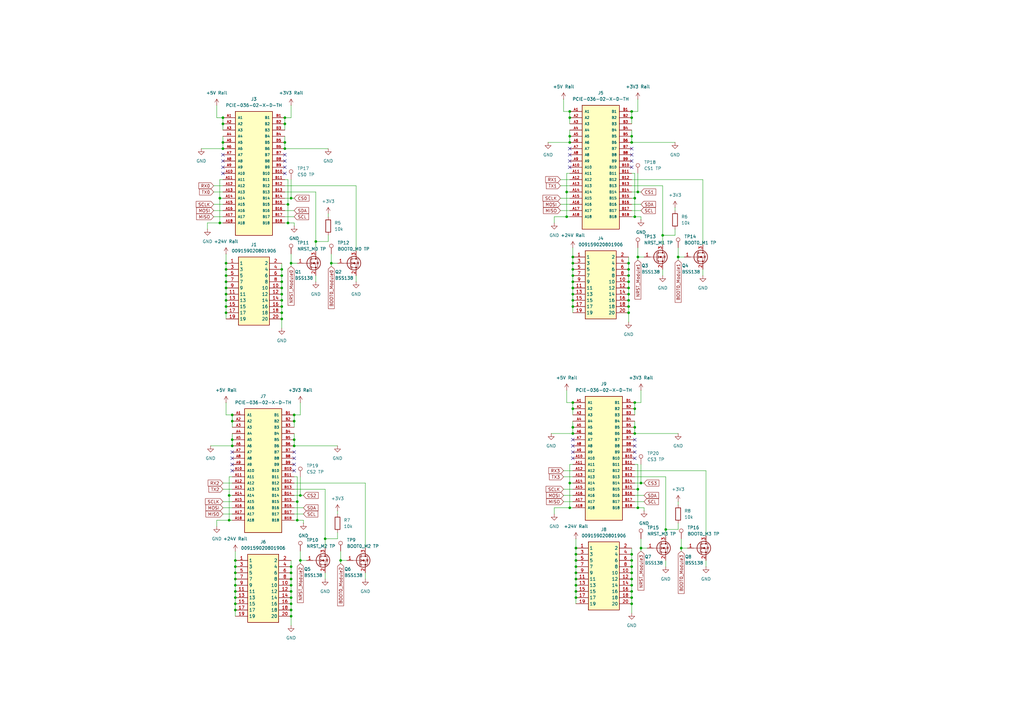
<source format=kicad_sch>
(kicad_sch (version 20231120) (generator "eeschema") (generator_version "8.0")
  (paper "A3")
  (title_block (title "Module Bus connection") (comment 1 "Note that here the PCIE connector ist just for physical connection.") (comment 2 " This has _NOTHING_ to do with real PCIE"))
  (junction (at 91.44 58.42))
  (junction (at 95.25 170.18))
  (junction (at 119.38 81.28))
  (junction (at 115.57 123.19))
  (junction (at 233.68 48.26))
  (junction (at 259.08 240.03))
  (junction (at 119.38 250.19))
  (junction (at 119.38 240.03))
  (junction (at 234.95 167.64))
  (junction (at 96.52 247.65))
  (junction (at 95.25 172.72))
  (junction (at 259.08 58.42))
  (junction (at 92.71 123.19))
  (junction (at 259.08 45.72))
  (junction (at 120.65 170.18))
  (junction (at 119.38 242.57))
  (junction (at 273.05 217.17))
  (junction (at 257.81 125.73))
  (junction (at 234.95 105.41))
  (junction (at 234.95 120.65))
  (junction (at 119.38 107.95))
  (junction (at 259.08 242.57))
  (junction (at 271.78 96.52))
  (junction (at 259.08 48.26))
  (junction (at 262.89 224.79))
  (junction (at 236.22 227.33))
  (junction (at 92.71 125.73))
  (junction (at 234.95 123.19))
  (junction (at 261.62 78.74))
  (junction (at 119.38 245.11))
  (junction (at 260.35 177.8))
  (junction (at 234.95 115.57))
  (junction (at 92.71 118.11))
  (junction (at 95.25 180.34))
  (junction (at 96.52 234.95))
  (junction (at 91.44 50.8))
  (junction (at 261.62 200.66))
  (junction (at 116.84 50.8))
  (junction (at 233.68 55.88))
  (junction (at 234.95 175.26))
  (junction (at 234.95 118.11))
  (junction (at 93.98 203.2))
  (junction (at 236.22 242.57))
  (junction (at 260.35 165.1))
  (junction (at 91.44 60.96))
  (junction (at 260.35 167.64))
  (junction (at 121.92 213.36))
  (junction (at 92.71 113.03))
  (junction (at 261.62 208.28))
  (junction (at 259.08 227.33))
  (junction (at 236.22 229.87))
  (junction (at 259.08 247.65))
  (junction (at 119.38 247.65))
  (junction (at 116.84 48.26))
  (junction (at 236.22 237.49))
  (junction (at 262.89 198.12))
  (junction (at 260.35 175.26))
  (junction (at 234.95 165.1))
  (junction (at 119.38 232.41))
  (junction (at 257.81 120.65))
  (junction (at 92.71 120.65))
  (junction (at 90.17 81.28))
  (junction (at 259.08 232.41))
  (junction (at 257.81 123.19))
  (junction (at 236.22 224.79))
  (junction (at 139.7 229.87))
  (junction (at 96.52 242.57))
  (junction (at 129.54 99.06))
  (junction (at 96.52 229.87))
  (junction (at 234.95 113.03))
  (junction (at 92.71 110.49))
  (junction (at 234.95 107.95))
  (junction (at 93.98 213.36))
  (junction (at 233.68 58.42))
  (junction (at 119.38 237.49))
  (junction (at 233.68 45.72))
  (junction (at 115.57 120.65))
  (junction (at 234.95 125.73))
  (junction (at 234.95 110.49))
  (junction (at 115.57 110.49))
  (junction (at 133.35 220.98))
  (junction (at 92.71 107.95))
  (junction (at 259.08 55.88))
  (junction (at 95.25 182.88))
  (junction (at 261.62 105.41))
  (junction (at 115.57 125.73))
  (junction (at 257.81 113.03))
  (junction (at 123.19 229.87))
  (junction (at 123.19 203.2))
  (junction (at 91.44 48.26))
  (junction (at 236.22 245.11))
  (junction (at 259.08 237.49))
  (junction (at 257.81 110.49))
  (junction (at 118.11 91.44))
  (junction (at 259.08 245.11))
  (junction (at 236.22 232.41))
  (junction (at 259.08 229.87))
  (junction (at 118.11 83.82))
  (junction (at 257.81 115.57))
  (junction (at 135.89 107.95))
  (junction (at 259.08 234.95))
  (junction (at 279.4 224.79))
  (junction (at 115.57 128.27))
  (junction (at 233.68 198.12))
  (junction (at 278.13 105.41))
  (junction (at 115.57 113.03))
  (junction (at 234.95 177.8))
  (junction (at 116.84 60.96))
  (junction (at 233.68 208.28))
  (junction (at 96.52 237.49))
  (junction (at 260.35 81.28))
  (junction (at 236.22 240.03))
  (junction (at 119.38 234.95))
  (junction (at 260.35 88.9))
  (junction (at 257.81 128.27))
  (junction (at 119.38 252.73))
  (junction (at 116.84 58.42))
  (junction (at 257.81 118.11))
  (junction (at 96.52 245.11))
  (junction (at 232.41 78.74))
  (junction (at 96.52 232.41))
  (junction (at 115.57 118.11))
  (junction (at 90.17 91.44))
  (junction (at 115.57 115.57))
  (junction (at 92.71 115.57))
  (junction (at 257.81 107.95))
  (junction (at 96.52 240.03))
  (junction (at 115.57 130.81))
  (junction (at 96.52 250.19))
  (junction (at 120.65 182.88))
  (junction (at 120.65 172.72))
  (junction (at 92.71 128.27))
  (junction (at 232.41 88.9))
  (junction (at 121.92 205.74))
  (junction (at 236.22 234.95))
  (junction (at 120.65 180.34))
  (no_connect (at 259.08 60.96))
  (no_connect (at 234.95 185.42))
  (no_connect (at 116.84 63.5))
  (no_connect (at 259.08 63.5))
  (no_connect (at 234.95 187.96))
  (no_connect (at 233.68 60.96))
  (no_connect (at 91.44 71.12))
  (no_connect (at 233.68 68.58))
  (no_connect (at 116.84 66.04))
  (no_connect (at 234.95 180.34))
  (no_connect (at 260.35 187.96))
  (no_connect (at 91.44 66.04))
  (no_connect (at 95.25 190.5))
  (no_connect (at 260.35 182.88))
  (no_connect (at 120.65 187.96))
  (no_connect (at 233.68 63.5))
  (no_connect (at 91.44 68.58))
  (no_connect (at 95.25 193.04))
  (no_connect (at 91.44 63.5))
  (no_connect (at 120.65 190.5))
  (no_connect (at 260.35 180.34))
  (no_connect (at 260.35 185.42))
  (no_connect (at 259.08 66.04))
  (no_connect (at 233.68 66.04))
  (no_connect (at 116.84 68.58))
  (no_connect (at 120.65 193.04))
  (no_connect (at 95.25 185.42))
  (no_connect (at 95.25 187.96))
  (no_connect (at 259.08 68.58))
  (no_connect (at 234.95 182.88))
  (no_connect (at 116.84 71.12))
  (no_connect (at 120.65 185.42))
  (wire (pts (xy 233.68 55.88) (xy 233.68 58.42)))
  (wire (pts (xy 115.57 115.57) (xy 115.57 118.11)))
  (wire (pts (xy 91.44 60.96) (xy 82.55 60.96)))
  (wire (pts (xy 260.35 165.1) (xy 262.89 165.1)))
  (wire (pts (xy 278.13 105.41) (xy 278.13 106.68)))
  (wire (pts (xy 92.71 120.65) (xy 92.71 123.19)))
  (wire (pts (xy 289.56 232.41) (xy 289.56 229.87)))
  (wire (pts (xy 281.94 224.79) (xy 279.4 224.79)))
  (wire (pts (xy 276.86 96.52) (xy 271.78 96.52)))
  (wire (pts (xy 91.44 210.82) (xy 95.25 210.82)))
  (wire (pts (xy 95.25 213.36) (xy 93.98 213.36)))
  (wire (pts (xy 93.98 213.36) (xy 88.9 213.36)))
  (wire (pts (xy 96.52 232.41) (xy 96.52 234.95)))
  (wire (pts (xy 259.08 53.34) (xy 259.08 55.88)))
  (wire (pts (xy 262.89 224.79) (xy 262.89 226.06)))
  (wire (pts (xy 259.08 55.88) (xy 259.08 58.42)))
  (wire (pts (xy 129.54 115.57) (xy 129.54 113.03)))
  (wire (pts (xy 116.84 48.26) (xy 119.38 48.26)))
  (wire (pts (xy 279.4 224.79) (xy 279.4 226.06)))
  (wire (pts (xy 115.57 130.81) (xy 115.57 134.62)))
  (wire (pts (xy 88.9 213.36) (xy 88.9 215.9)))
  (wire (pts (xy 92.71 118.11) (xy 92.71 120.65)))
  (wire (pts (xy 264.16 208.28) (xy 264.16 209.55)))
  (wire (pts (xy 236.22 227.33) (xy 236.22 229.87)))
  (wire (pts (xy 261.62 101.6) (xy 261.62 105.41)))
  (wire (pts (xy 261.62 190.5) (xy 261.62 200.66)))
  (wire (pts (xy 118.11 73.66) (xy 118.11 83.82)))
  (wire (pts (xy 229.87 73.66) (xy 233.68 73.66)))
  (wire (pts (xy 119.38 240.03) (xy 119.38 242.57)))
  (wire (pts (xy 135.89 104.14) (xy 135.89 107.95)))
  (wire (pts (xy 95.25 180.34) (xy 95.25 182.88)))
  (wire (pts (xy 119.38 73.66) (xy 119.38 81.28)))
  (wire (pts (xy 129.54 102.87) (xy 129.54 99.06)))
  (wire (pts (xy 234.95 123.19) (xy 234.95 125.73)))
  (wire (pts (xy 260.35 71.12) (xy 260.35 81.28)))
  (wire (pts (xy 116.84 88.9) (xy 120.65 88.9)))
  (wire (pts (xy 120.65 203.2) (xy 123.19 203.2)))
  (wire (pts (xy 120.65 182.88) (xy 138.43 182.88)))
  (wire (pts (xy 93.98 203.2) (xy 93.98 213.36)))
  (wire (pts (xy 227.33 208.28) (xy 227.33 210.82)))
  (wire (pts (xy 96.52 245.11) (xy 96.52 247.65)))
  (wire (pts (xy 116.84 86.36) (xy 120.65 86.36)))
  (wire (pts (xy 257.81 118.11) (xy 257.81 120.65)))
  (wire (pts (xy 92.71 128.27) (xy 92.71 130.81)))
  (wire (pts (xy 115.57 125.73) (xy 115.57 128.27)))
  (wire (pts (xy 259.08 50.8) (xy 259.08 48.26)))
  (wire (pts (xy 276.86 93.98) (xy 276.86 96.52)))
  (wire (pts (xy 116.84 53.34) (xy 116.84 50.8)))
  (wire (pts (xy 116.84 81.28) (xy 119.38 81.28)))
  (wire (pts (xy 236.22 234.95) (xy 236.22 237.49)))
  (wire (pts (xy 232.41 165.1) (xy 234.95 165.1)))
  (wire (pts (xy 227.33 88.9) (xy 227.33 91.44)))
  (wire (pts (xy 149.86 237.49) (xy 149.86 234.95)))
  (wire (pts (xy 123.19 229.87) (xy 123.19 231.14)))
  (wire (pts (xy 231.14 193.04) (xy 234.95 193.04)))
  (wire (pts (xy 92.71 123.19) (xy 92.71 125.73)))
  (wire (pts (xy 261.62 78.74) (xy 262.89 78.74)))
  (wire (pts (xy 115.57 123.19) (xy 115.57 125.73)))
  (wire (pts (xy 119.38 43.18) (xy 119.38 48.26)))
  (wire (pts (xy 232.41 160.02) (xy 232.41 165.1)))
  (wire (pts (xy 91.44 55.88) (xy 91.44 58.42)))
  (wire (pts (xy 95.25 177.8) (xy 95.25 180.34)))
  (wire (pts (xy 123.19 170.18) (xy 123.19 165.1)))
  (wire (pts (xy 91.44 91.44) (xy 90.17 91.44)))
  (wire (pts (xy 146.05 102.87) (xy 146.05 76.2)))
  (wire (pts (xy 257.81 125.73) (xy 257.81 128.27)))
  (wire (pts (xy 260.35 195.58) (xy 273.05 195.58)))
  (wire (pts (xy 259.08 76.2) (xy 271.78 76.2)))
  (wire (pts (xy 85.09 91.44) (xy 85.09 93.98)))
  (wire (pts (xy 91.44 73.66) (xy 90.17 73.66)))
  (wire (pts (xy 262.89 88.9) (xy 262.89 90.17)))
  (wire (pts (xy 87.63 78.74) (xy 91.44 78.74)))
  (wire (pts (xy 142.24 229.87) (xy 139.7 229.87)))
  (wire (pts (xy 264.16 105.41) (xy 261.62 105.41)))
  (wire (pts (xy 265.43 224.79) (xy 262.89 224.79)))
  (wire (pts (xy 138.43 209.55) (xy 138.43 210.82)))
  (wire (pts (xy 120.65 195.58) (xy 121.92 195.58)))
  (wire (pts (xy 133.35 224.79) (xy 133.35 220.98)))
  (wire (pts (xy 259.08 229.87) (xy 259.08 232.41)))
  (wire (pts (xy 119.38 250.19) (xy 119.38 252.73)))
  (wire (pts (xy 139.7 226.06) (xy 139.7 229.87)))
  (wire (pts (xy 96.52 226.06) (xy 96.52 229.87)))
  (wire (pts (xy 121.92 107.95) (xy 119.38 107.95)))
  (wire (pts (xy 95.25 208.28) (xy 91.44 208.28)))
  (wire (pts (xy 87.63 88.9) (xy 91.44 88.9)))
  (wire (pts (xy 260.35 172.72) (xy 260.35 175.26)))
  (wire (pts (xy 116.84 83.82) (xy 118.11 83.82)))
  (wire (pts (xy 260.35 190.5) (xy 261.62 190.5)))
  (wire (pts (xy 259.08 83.82) (xy 262.89 83.82)))
  (wire (pts (xy 260.35 170.18) (xy 260.35 167.64)))
  (wire (pts (xy 116.84 76.2) (xy 146.05 76.2)))
  (wire (pts (xy 259.08 81.28) (xy 260.35 81.28)))
  (wire (pts (xy 260.35 88.9) (xy 262.89 88.9)))
  (wire (pts (xy 278.13 214.63) (xy 278.13 217.17)))
  (wire (pts (xy 116.84 55.88) (xy 116.84 58.42)))
  (wire (pts (xy 260.35 193.04) (xy 289.56 193.04)))
  (wire (pts (xy 234.95 165.1) (xy 234.95 167.64)))
  (wire (pts (xy 138.43 218.44) (xy 138.43 220.98)))
  (wire (pts (xy 231.14 40.64) (xy 231.14 45.72)))
  (wire (pts (xy 233.68 190.5) (xy 233.68 198.12)))
  (wire (pts (xy 139.7 229.87) (xy 139.7 231.14)))
  (wire (pts (xy 116.84 50.8) (xy 116.84 48.26)))
  (wire (pts (xy 273.05 217.17) (xy 273.05 195.58)))
  (wire (pts (xy 96.52 247.65) (xy 96.52 250.19)))
  (wire (pts (xy 88.9 43.18) (xy 88.9 48.26)))
  (wire (pts (xy 120.65 180.34) (xy 120.65 182.88)))
  (wire (pts (xy 120.65 91.44) (xy 120.65 92.71)))
  (wire (pts (xy 134.62 99.06) (xy 129.54 99.06)))
  (wire (pts (xy 257.81 107.95) (xy 257.81 110.49)))
  (wire (pts (xy 260.35 200.66) (xy 261.62 200.66)))
  (wire (pts (xy 288.29 113.03) (xy 288.29 110.49)))
  (wire (pts (xy 134.62 87.63) (xy 134.62 88.9)))
  (wire (pts (xy 234.95 208.28) (xy 233.68 208.28)))
  (wire (pts (xy 234.95 107.95) (xy 234.95 110.49)))
  (wire (pts (xy 234.95 177.8) (xy 226.06 177.8)))
  (wire (pts (xy 262.89 220.98) (xy 262.89 224.79)))
  (wire (pts (xy 134.62 96.52) (xy 134.62 99.06)))
  (wire (pts (xy 273.05 232.41) (xy 273.05 229.87)))
  (wire (pts (xy 92.71 165.1) (xy 92.71 170.18)))
  (wire (pts (xy 259.08 71.12) (xy 260.35 71.12)))
  (wire (pts (xy 234.95 101.6) (xy 234.95 105.41)))
  (wire (pts (xy 259.08 240.03) (xy 259.08 242.57)))
  (wire (pts (xy 118.11 91.44) (xy 120.65 91.44)))
  (wire (pts (xy 115.57 128.27) (xy 115.57 130.81)))
  (wire (pts (xy 119.38 104.14) (xy 119.38 107.95)))
  (wire (pts (xy 259.08 73.66) (xy 288.29 73.66)))
  (wire (pts (xy 233.68 88.9) (xy 232.41 88.9)))
  (wire (pts (xy 92.71 110.49) (xy 92.71 113.03)))
  (wire (pts (xy 260.35 177.8) (xy 278.13 177.8)))
  (wire (pts (xy 96.52 250.19) (xy 96.52 252.73)))
  (wire (pts (xy 259.08 232.41) (xy 259.08 234.95)))
  (wire (pts (xy 91.44 81.28) (xy 90.17 81.28)))
  (wire (pts (xy 96.52 237.49) (xy 96.52 240.03)))
  (wire (pts (xy 257.81 105.41) (xy 257.81 107.95)))
  (wire (pts (xy 88.9 48.26) (xy 91.44 48.26)))
  (wire (pts (xy 90.17 73.66) (xy 90.17 81.28)))
  (wire (pts (xy 259.08 227.33) (xy 259.08 229.87)))
  (wire (pts (xy 95.25 182.88) (xy 86.36 182.88)))
  (wire (pts (xy 234.95 167.64) (xy 234.95 170.18)))
  (wire (pts (xy 135.89 107.95) (xy 135.89 109.22)))
  (wire (pts (xy 257.81 115.57) (xy 257.81 118.11)))
  (wire (pts (xy 278.13 205.74) (xy 278.13 207.01)))
  (wire (pts (xy 234.95 190.5) (xy 233.68 190.5)))
  (wire (pts (xy 259.08 48.26) (xy 259.08 45.72)))
  (wire (pts (xy 91.44 198.12) (xy 95.25 198.12)))
  (wire (pts (xy 133.35 220.98) (xy 133.35 200.66)))
  (wire (pts (xy 91.44 200.66) (xy 95.25 200.66)))
  (wire (pts (xy 262.89 190.5) (xy 262.89 198.12)))
  (wire (pts (xy 257.81 113.03) (xy 257.81 115.57)))
  (wire (pts (xy 276.86 85.09) (xy 276.86 86.36)))
  (wire (pts (xy 146.05 115.57) (xy 146.05 113.03)))
  (wire (pts (xy 257.81 120.65) (xy 257.81 123.19)))
  (wire (pts (xy 123.19 226.06) (xy 123.19 229.87)))
  (wire (pts (xy 234.95 105.41) (xy 234.95 107.95)))
  (wire (pts (xy 234.95 115.57) (xy 234.95 118.11)))
  (wire (pts (xy 261.62 71.12) (xy 261.62 78.74)))
  (wire (pts (xy 257.81 123.19) (xy 257.81 125.73)))
  (wire (pts (xy 116.84 78.74) (xy 129.54 78.74)))
  (wire (pts (xy 119.38 229.87) (xy 119.38 232.41)))
  (wire (pts (xy 234.95 200.66) (xy 231.14 200.66)))
  (wire (pts (xy 234.95 118.11) (xy 234.95 120.65)))
  (wire (pts (xy 233.68 78.74) (xy 232.41 78.74)))
  (wire (pts (xy 138.43 220.98) (xy 133.35 220.98)))
  (wire (pts (xy 120.65 172.72) (xy 120.65 170.18)))
  (wire (pts (xy 92.71 170.18) (xy 95.25 170.18)))
  (wire (pts (xy 115.57 110.49) (xy 115.57 113.03)))
  (wire (pts (xy 236.22 232.41) (xy 236.22 234.95)))
  (wire (pts (xy 119.38 242.57) (xy 119.38 245.11)))
  (wire (pts (xy 115.57 113.03) (xy 115.57 115.57)))
  (wire (pts (xy 273.05 219.71) (xy 273.05 217.17)))
  (wire (pts (xy 92.71 107.95) (xy 92.71 110.49)))
  (wire (pts (xy 120.65 200.66) (xy 133.35 200.66)))
  (wire (pts (xy 149.86 224.79) (xy 149.86 198.12)))
  (wire (pts (xy 271.78 113.03) (xy 271.78 110.49)))
  (wire (pts (xy 261.62 208.28) (xy 264.16 208.28)))
  (wire (pts (xy 90.17 91.44) (xy 85.09 91.44)))
  (wire (pts (xy 95.25 205.74) (xy 91.44 205.74)))
  (wire (pts (xy 233.68 83.82) (xy 229.87 83.82)))
  (wire (pts (xy 259.08 237.49) (xy 259.08 240.03)))
  (wire (pts (xy 120.65 208.28) (xy 124.46 208.28)))
  (wire (pts (xy 119.38 247.65) (xy 119.38 250.19)))
  (wire (pts (xy 119.38 245.11) (xy 119.38 247.65)))
  (wire (pts (xy 138.43 107.95) (xy 135.89 107.95)))
  (wire (pts (xy 120.65 213.36) (xy 121.92 213.36)))
  (wire (pts (xy 259.08 245.11) (xy 259.08 247.65)))
  (wire (pts (xy 229.87 86.36) (xy 233.68 86.36)))
  (wire (pts (xy 271.78 96.52) (xy 271.78 76.2)))
  (wire (pts (xy 115.57 107.95) (xy 115.57 110.49)))
  (wire (pts (xy 120.65 177.8) (xy 120.65 180.34)))
  (wire (pts (xy 280.67 105.41) (xy 278.13 105.41)))
  (wire (pts (xy 119.38 107.95) (xy 119.38 109.22)))
  (wire (pts (xy 236.22 229.87) (xy 236.22 232.41)))
  (wire (pts (xy 120.65 205.74) (xy 121.92 205.74)))
  (wire (pts (xy 120.65 170.18) (xy 123.19 170.18)))
  (wire (pts (xy 259.08 88.9) (xy 260.35 88.9)))
  (wire (pts (xy 234.95 125.73) (xy 234.95 128.27)))
  (wire (pts (xy 260.35 175.26) (xy 260.35 177.8)))
  (wire (pts (xy 121.92 195.58) (xy 121.92 205.74)))
  (wire (pts (xy 119.38 81.28) (xy 120.65 81.28)))
  (wire (pts (xy 123.19 203.2) (xy 124.46 203.2)))
  (wire (pts (xy 95.25 195.58) (xy 93.98 195.58)))
  (wire (pts (xy 260.35 205.74) (xy 264.16 205.74)))
  (wire (pts (xy 129.54 99.06) (xy 129.54 78.74)))
  (wire (pts (xy 91.44 50.8) (xy 91.44 53.34)))
  (wire (pts (xy 231.14 205.74) (xy 234.95 205.74)))
  (wire (pts (xy 119.38 252.73) (xy 119.38 256.54)))
  (wire (pts (xy 261.62 105.41) (xy 261.62 106.68)))
  (wire (pts (xy 92.71 104.14) (xy 92.71 107.95)))
  (wire (pts (xy 96.52 234.95) (xy 96.52 237.49)))
  (wire (pts (xy 124.46 213.36) (xy 124.46 214.63)))
  (wire (pts (xy 123.19 195.58) (xy 123.19 203.2)))
  (wire (pts (xy 236.22 242.57) (xy 236.22 245.11)))
  (wire (pts (xy 271.78 100.33) (xy 271.78 96.52)))
  (wire (pts (xy 233.68 71.12) (xy 232.41 71.12)))
  (wire (pts (xy 234.95 110.49) (xy 234.95 113.03)))
  (wire (pts (xy 260.35 208.28) (xy 261.62 208.28)))
  (wire (pts (xy 121.92 205.74) (xy 121.92 213.36)))
  (wire (pts (xy 259.08 242.57) (xy 259.08 245.11)))
  (wire (pts (xy 278.13 217.17) (xy 273.05 217.17)))
  (wire (pts (xy 95.25 172.72) (xy 95.25 175.26)))
  (wire (pts (xy 234.95 203.2) (xy 231.14 203.2)))
  (wire (pts (xy 119.38 232.41) (xy 119.38 234.95)))
  (wire (pts (xy 260.35 81.28) (xy 260.35 88.9)))
  (wire (pts (xy 231.14 45.72) (xy 233.68 45.72)))
  (wire (pts (xy 91.44 58.42) (xy 91.44 60.96)))
  (wire (pts (xy 119.38 234.95) (xy 119.38 237.49)))
  (wire (pts (xy 234.95 172.72) (xy 234.95 175.26)))
  (wire (pts (xy 119.38 237.49) (xy 119.38 240.03)))
  (wire (pts (xy 262.89 198.12) (xy 264.16 198.12)))
  (wire (pts (xy 233.68 198.12) (xy 233.68 208.28)))
  (wire (pts (xy 259.08 224.79) (xy 259.08 227.33)))
  (wire (pts (xy 262.89 165.1) (xy 262.89 160.02)))
  (wire (pts (xy 236.22 224.79) (xy 236.22 227.33)))
  (wire (pts (xy 91.44 48.26) (xy 91.44 50.8)))
  (wire (pts (xy 116.84 58.42) (xy 116.84 60.96)))
  (wire (pts (xy 121.92 213.36) (xy 124.46 213.36)))
  (wire (pts (xy 115.57 118.11) (xy 115.57 120.65)))
  (wire (pts (xy 261.62 200.66) (xy 261.62 208.28)))
  (wire (pts (xy 120.65 210.82) (xy 124.46 210.82)))
  (wire (pts (xy 259.08 234.95) (xy 259.08 237.49)))
  (wire (pts (xy 91.44 83.82) (xy 87.63 83.82)))
  (wire (pts (xy 116.84 60.96) (xy 134.62 60.96)))
  (wire (pts (xy 257.81 110.49) (xy 257.81 113.03)))
  (wire (pts (xy 236.22 240.03) (xy 236.22 242.57)))
  (wire (pts (xy 96.52 242.57) (xy 96.52 245.11)))
  (wire (pts (xy 261.62 45.72) (xy 261.62 40.64)))
  (wire (pts (xy 259.08 58.42) (xy 276.86 58.42)))
  (wire (pts (xy 91.44 86.36) (xy 87.63 86.36)))
  (wire (pts (xy 236.22 237.49) (xy 236.22 240.03)))
  (wire (pts (xy 96.52 240.03) (xy 96.52 242.57)))
  (wire (pts (xy 233.68 45.72) (xy 233.68 48.26)))
  (wire (pts (xy 288.29 100.33) (xy 288.29 73.66)))
  (wire (pts (xy 118.11 83.82) (xy 118.11 91.44)))
  (wire (pts (xy 231.14 195.58) (xy 234.95 195.58)))
  (wire (pts (xy 236.22 245.11) (xy 236.22 247.65)))
  (wire (pts (xy 234.95 198.12) (xy 233.68 198.12)))
  (wire (pts (xy 92.71 113.03) (xy 92.71 115.57)))
  (wire (pts (xy 92.71 125.73) (xy 92.71 128.27)))
  (wire (pts (xy 233.68 53.34) (xy 233.68 55.88)))
  (wire (pts (xy 87.63 76.2) (xy 91.44 76.2)))
  (wire (pts (xy 116.84 73.66) (xy 118.11 73.66)))
  (wire (pts (xy 120.65 198.12) (xy 149.86 198.12)))
  (wire (pts (xy 95.25 170.18) (xy 95.25 172.72)))
  (wire (pts (xy 90.17 81.28) (xy 90.17 91.44)))
  (wire (pts (xy 125.73 229.87) (xy 123.19 229.87)))
  (wire (pts (xy 232.41 88.9) (xy 227.33 88.9)))
  (wire (pts (xy 232.41 71.12) (xy 232.41 78.74)))
  (wire (pts (xy 229.87 76.2) (xy 233.68 76.2)))
  (wire (pts (xy 259.08 78.74) (xy 261.62 78.74)))
  (wire (pts (xy 234.95 120.65) (xy 234.95 123.19)))
  (wire (pts (xy 116.84 91.44) (xy 118.11 91.44)))
  (wire (pts (xy 260.35 203.2) (xy 264.16 203.2)))
  (wire (pts (xy 95.25 203.2) (xy 93.98 203.2)))
  (wire (pts (xy 233.68 58.42) (xy 224.79 58.42)))
  (wire (pts (xy 233.68 48.26) (xy 233.68 50.8)))
  (wire (pts (xy 236.22 220.98) (xy 236.22 224.79)))
  (wire (pts (xy 259.08 247.65) (xy 259.08 251.46)))
  (wire (pts (xy 133.35 237.49) (xy 133.35 234.95)))
  (wire (pts (xy 96.52 229.87) (xy 96.52 232.41)))
  (wire (pts (xy 257.81 128.27) (xy 257.81 132.08)))
  (wire (pts (xy 232.41 78.74) (xy 232.41 88.9)))
  (wire (pts (xy 260.35 198.12) (xy 262.89 198.12)))
  (wire (pts (xy 259.08 45.72) (xy 261.62 45.72)))
  (wire (pts (xy 234.95 175.26) (xy 234.95 177.8)))
  (wire (pts (xy 92.71 115.57) (xy 92.71 118.11)))
  (wire (pts (xy 120.65 175.26) (xy 120.65 172.72)))
  (wire (pts (xy 93.98 195.58) (xy 93.98 203.2)))
  (wire (pts (xy 259.08 86.36) (xy 262.89 86.36)))
  (wire (pts (xy 278.13 101.6) (xy 278.13 105.41)))
  (wire (pts (xy 289.56 219.71) (xy 289.56 193.04)))
  (wire (pts (xy 279.4 220.98) (xy 279.4 224.79)))
  (wire (pts (xy 234.95 113.03) (xy 234.95 115.57)))
  (wire (pts (xy 233.68 208.28) (xy 227.33 208.28)))
  (wire (pts (xy 260.35 167.64) (xy 260.35 165.1)))
  (wire (pts (xy 115.57 120.65) (xy 115.57 123.19)))
  (wire (pts (xy 233.68 81.28) (xy 229.87 81.28)))
  (global_label "NRST_Module3" (shape input) (at 262.89 226.06 270) (property "Intersheetrefs" "${INTERSHEET_REFS}" (effects (hide yes))))
  (global_label "BOOT0_Module0" (shape input) (at 135.89 109.22 270) (property "Intersheetrefs" "${INTERSHEET_REFS}" (effects (hide yes))))
  (global_label "MISO" (shape input) (at 91.44 210.82 180) (property "Intersheetrefs" "${INTERSHEET_REFS}" (effects (hide yes))))
  (global_label "SCLK" (shape input) (at 87.63 83.82 180) (property "Intersheetrefs" "${INTERSHEET_REFS}" (effects (hide yes))))
  (global_label "SDA" (shape input) (at 124.46 208.28 0) (property "Intersheetrefs" "${INTERSHEET_REFS}" (effects (hide yes))))
  (global_label "TX2" (shape input) (at 91.44 200.66 180) (property "Intersheetrefs" "${INTERSHEET_REFS}" (effects (hide yes))))
  (global_label "RX2" (shape input) (at 91.44 198.12 180) (property "Intersheetrefs" "${INTERSHEET_REFS}" (effects (hide yes))))
  (global_label "MISO" (shape input) (at 231.14 205.74 180) (property "Intersheetrefs" "${INTERSHEET_REFS}" (effects (hide yes))))
  (global_label "CS2" (shape input) (at 124.46 203.2 0) (property "Intersheetrefs" "${INTERSHEET_REFS}" (effects (hide yes))))
  (global_label "MISO" (shape input) (at 87.63 88.9 180) (property "Intersheetrefs" "${INTERSHEET_REFS}" (effects (hide yes))))
  (global_label "SCL" (shape input) (at 124.46 210.82 0) (property "Intersheetrefs" "${INTERSHEET_REFS}" (effects (hide yes))))
  (global_label "MOSI" (shape input) (at 229.87 83.82 180) (property "Intersheetrefs" "${INTERSHEET_REFS}" (effects (hide yes))))
  (global_label "NRST_Module1" (shape input) (at 261.62 106.68 270) (property "Intersheetrefs" "${INTERSHEET_REFS}" (effects (hide yes))))
  (global_label "SCLK" (shape input) (at 229.87 81.28 180) (property "Intersheetrefs" "${INTERSHEET_REFS}" (effects (hide yes))))
  (global_label "RX0" (shape input) (at 87.63 76.2 180) (property "Intersheetrefs" "${INTERSHEET_REFS}" (effects (hide yes))))
  (global_label "CS0" (shape input) (at 120.65 81.28 0) (property "Intersheetrefs" "${INTERSHEET_REFS}" (effects (hide yes))))
  (global_label "SDA" (shape input) (at 262.89 83.82 0) (property "Intersheetrefs" "${INTERSHEET_REFS}" (effects (hide yes))))
  (global_label "MOSI" (shape input) (at 87.63 86.36 180) (property "Intersheetrefs" "${INTERSHEET_REFS}" (effects (hide yes))))
  (global_label "NRST_Module0" (shape input) (at 119.38 109.22 270) (property "Intersheetrefs" "${INTERSHEET_REFS}" (effects (hide yes))))
  (global_label "MOSI" (shape input) (at 231.14 203.2 180) (property "Intersheetrefs" "${INTERSHEET_REFS}" (effects (hide yes))))
  (global_label "MISO" (shape input) (at 229.87 86.36 180) (property "Intersheetrefs" "${INTERSHEET_REFS}" (effects (hide yes))))
  (global_label "SDA" (shape input) (at 120.65 86.36 0) (property "Intersheetrefs" "${INTERSHEET_REFS}" (effects (hide yes))))
  (global_label "NRST_Module2" (shape input) (at 123.19 231.14 270) (property "Intersheetrefs" "${INTERSHEET_REFS}" (effects (hide yes))))
  (global_label "SCL" (shape input) (at 262.89 86.36 0) (property "Intersheetrefs" "${INTERSHEET_REFS}" (effects (hide yes))))
  (global_label "SDA" (shape input) (at 264.16 203.2 0) (property "Intersheetrefs" "${INTERSHEET_REFS}" (effects (hide yes))))
  (global_label "SCL" (shape input) (at 120.65 88.9 0) (property "Intersheetrefs" "${INTERSHEET_REFS}" (effects (hide yes))))
  (global_label "TX1" (shape input) (at 229.87 76.2 180) (property "Intersheetrefs" "${INTERSHEET_REFS}" (effects (hide yes))))
  (global_label "CS3" (shape input) (at 264.16 198.12 0) (property "Intersheetrefs" "${INTERSHEET_REFS}" (effects (hide yes))))
  (global_label "BOOT0_Module1" (shape input) (at 278.13 106.68 270) (property "Intersheetrefs" "${INTERSHEET_REFS}" (effects (hide yes))))
  (global_label "SCL" (shape input) (at 264.16 205.74 0) (property "Intersheetrefs" "${INTERSHEET_REFS}" (effects (hide yes))))
  (global_label "RX3" (shape input) (at 231.14 193.04 180) (property "Intersheetrefs" "${INTERSHEET_REFS}" (effects (hide yes))))
  (global_label "CS1" (shape input) (at 262.89 78.74 0) (property "Intersheetrefs" "${INTERSHEET_REFS}" (effects (hide yes))))
  (global_label "SCLK" (shape input) (at 91.44 205.74 180) (property "Intersheetrefs" "${INTERSHEET_REFS}" (effects (hide yes))))
  (global_label "TX3" (shape input) (at 231.14 195.58 180) (property "Intersheetrefs" "${INTERSHEET_REFS}" (effects (hide yes))))
  (global_label "MOSI" (shape input) (at 91.44 208.28 180) (property "Intersheetrefs" "${INTERSHEET_REFS}" (effects (hide yes))))
  (global_label "SCLK" (shape input) (at 231.14 200.66 180) (property "Intersheetrefs" "${INTERSHEET_REFS}" (effects (hide yes))))
  (global_label "RX1" (shape input) (at 229.87 73.66 180) (property "Intersheetrefs" "${INTERSHEET_REFS}" (effects (hide yes))))
  (global_label "BOOT0_Module3" (shape input) (at 279.4 226.06 270) (property "Intersheetrefs" "${INTERSHEET_REFS}" (effects (hide yes))))
  (global_label "BOOT0_Module2" (shape input) (at 139.7 231.14 270) (property "Intersheetrefs" "${INTERSHEET_REFS}" (effects (hide yes))))
  (global_label "TX0" (shape input) (at 87.63 78.74 180) (property "Intersheetrefs" "${INTERSHEET_REFS}" (effects (hide yes))))
  (symbol (lib_id "pcie:PCIE-036-02-X-D-TH") (at 107.95 193.04 0) (unit 1)
    (property "Reference" "J7" (at 107.95 162.56 0))
    (property "Value" "PCIE-036-02-X-D-TH" (at 107.95 165.1 0))
    (property "Footprint" "custom:SAMTEC_PCIE-036-02-X-D-TH" (effects (hide yes)))
    (property "PARTREV" "D" (effects (hide yes)))
    (property "STANDARD" "Manufacturer Recommendations" (effects (hide yes)))
    (property "MAXIMUM_PACKAGE_HEIGHT" "11.38mm" (effects (hide yes)))
    (property "MANUFACTURER" "Samtec Inc" (effects (hide yes)))
  )
  (symbol (lib_id "Connector:TestPoint") (at 139.7 226.06 0) (unit 1)
    (property "Reference" "TP9" (at 142.24 221.4879 0) (effects (justify left)))
    (property "Value" "BOOT0_M2 TP" (at 142.24 224.0279 0) (effects (justify left)))
    (property "Footprint" "TestPoint:TestPoint_Keystone_5000-5004_Miniature" (effects (hide yes)))
    (property "Description" "test point" (effects (hide yes)))
  )
  (symbol (lib_id "power:GND") (at 124.46 214.63 0) (unit 1)
    (property "Reference" "#PWR049" (effects (hide yes)))
    (property "Value" "GND" (at 124.46 219.71 0))
    (property "Description" "Power symbol creates a global label with name \"GND\" , ground" (effects (hide yes)))
  )
  (symbol (lib_id "Transistor_FET:BSS138") (at 285.75 105.41 0) (unit 1)
    (property "Reference" "Q4" (at 279.654 108.966 0) (effects (justify left)))
    (property "Value" "BSS138" (at 279.654 111.506 0) (effects (justify left)))
    (property "Footprint" "Package_TO_SOT_SMD:SOT-23" (effects (hide yes)))
    (property "Datasheet" "https://www.onsemi.com/pub/Collateral/BSS138-D.PDF" (effects (hide yes)))
    (property "Description" "50V Vds, 0.22A Id, N-Channel MOSFET, SOT-23" (effects (hide yes)))
  )
  (symbol (lib_id "power:+3V3") (at 138.43 209.55 0) (unit 1)
    (property "Reference" "#PWR069" (effects (hide yes)))
    (property "Value" "+3V3" (at 138.43 204.47 0))
    (property "Description" "Power symbol creates a global label with name \"+3V3\"" (effects (hide yes)))
  )
  (symbol (lib_id "power custom:+3V3 Rail") (at 119.38 43.18 0) (unit 1)
    (property "Reference" "#PWR021" (effects (hide yes)))
    (property "Value" "+3V3 Rail" (at 119.38 38.1 0))
    (property "Description" "Power symbol creates a global label with name \"+3V3 Rail\"" (effects (hide yes)))
  )
  (symbol (lib_id "power:+3V3") (at 278.13 205.74 0) (unit 1)
    (property "Reference" "#PWR070" (effects (hide yes)))
    (property "Value" "+3V3" (at 278.13 200.66 0))
    (property "Description" "Power symbol creates a global label with name \"+3V3\"" (effects (hide yes)))
  )
  (symbol (lib_id "Connector:TestPoint") (at 279.4 220.98 0) (unit 1)
    (property "Reference" "TP16" (at 281.94 216.4079 0) (effects (justify left)))
    (property "Value" "BOOT0_M3 TP" (at 281.94 218.9479 0) (effects (justify left)))
    (property "Footprint" "TestPoint:TestPoint_Keystone_5000-5004_Miniature" (effects (hide yes)))
    (property "Description" "test point" (effects (hide yes)))
  )
  (symbol (lib_id "power:GND") (at 133.35 237.49 0) (unit 1)
    (property "Reference" "#PWR050" (effects (hide yes)))
    (property "Value" "GND" (at 133.35 242.57 0))
    (property "Description" "Power symbol creates a global label with name \"GND\" , ground" (effects (hide yes)))
  )
  (symbol (lib_id "power custom:+3V3 Rail") (at 261.62 40.64 0) (unit 1)
    (property "Reference" "#PWR040" (effects (hide yes)))
    (property "Value" "+3V3 Rail" (at 261.62 35.56 0))
    (property "Description" "Power symbol creates a global label with name \"+3V3 Rail\"" (effects (hide yes)))
  )
  (symbol (lib_id "power:GND") (at 227.33 210.82 0) (unit 1)
    (property "Reference" "#PWR054" (effects (hide yes)))
    (property "Value" "GND" (at 227.33 215.9 0))
    (property "Description" "Power symbol creates a global label with name \"GND\" , ground" (effects (hide yes)))
  )
  (symbol (lib_id "power:GND") (at 289.56 232.41 0) (unit 1)
    (property "Reference" "#PWR066" (effects (hide yes)))
    (property "Value" "GND" (at 289.56 237.49 0))
    (property "Description" "Power symbol creates a global label with name \"GND\" , ground" (effects (hide yes)))
  )
  (symbol (lib_id "Connector:TestPoint") (at 261.62 71.12 0) (unit 1)
    (property "Reference" "TP18" (at 264.16 66.5479 0) (effects (justify left)))
    (property "Value" "CS1 TP" (at 264.16 69.0879 0) (effects (justify left)))
    (property "Footprint" "TestPoint:TestPoint_Keystone_5000-5004_Miniature" (effects (hide yes)))
    (property "Description" "test point" (effects (hide yes)))
  )
  (symbol (lib_id "Connector:TestPoint") (at 135.89 104.14 0) (unit 1)
    (property "Reference" "TP12" (at 138.43 99.5679 0) (effects (justify left)))
    (property "Value" "BOOT0_M0 TP" (at 138.43 102.1079 0) (effects (justify left)))
    (property "Footprint" "TestPoint:TestPoint_Keystone_5000-5004_Miniature" (effects (hide yes)))
    (property "Description" "test point" (effects (hide yes)))
  )
  (symbol (lib_id "power_custom:+24V Rail") (at 234.95 101.6 0) (unit 1)
    (property "Reference" "#PWR038" (effects (hide yes)))
    (property "Value" "+24V Rail" (at 234.95 96.52 0))
    (property "Description" "Power symbol creates a global label with name \"+24V Rail\"" (effects (hide yes)))
  )
  (symbol (lib_id "Custom Connectors:009159020801906") (at 92.71 107.95 0) (unit 1)
    (property "Reference" "J1" (at 104.14 100.33 0))
    (property "Value" "009159020801906" (at 104.14 102.87 0))
    (property "Footprint" "custom:009159020801906" (effects (hide yes)))
    (property "Datasheet" "https://www.mouser.ph/ProductDetail/KYOCERA-AVX/009159020801906?qs=ST9lo4GX8V2rQ6td8K990Q%3D%3D" (effects (hide yes)))
    (property "Description" "Standard Card Edge Connectors 20 Position 1.4 A  2 Row Straight" (effects (hide yes)))
    (property "Height" "4.8" (effects (hide yes)))
    (property "Manufacturer_Name" "Kyocera AVX" (effects (hide yes)))
    (property "Manufacturer_Part_Number" "009159020801906" (effects (hide yes)))
  )
  (symbol (lib_id "power:GND") (at 271.78 113.03 0) (unit 1)
    (property "Reference" "#PWR042" (effects (hide yes)))
    (property "Value" "GND" (at 271.78 118.11 0))
    (property "Description" "Power symbol creates a global label with name \"GND\" , ground" (effects (hide yes)))
  )
  (symbol (lib_id "Custom Connectors:009159020801906") (at 234.95 105.41 0) (unit 1)
    (property "Reference" "J4" (at 246.38 97.79 0))
    (property "Value" "009159020801906" (at 246.38 100.33 0))
    (property "Footprint" "custom:009159020801906" (effects (hide yes)))
    (property "Datasheet" "https://www.mouser.ph/ProductDetail/KYOCERA-AVX/009159020801906?qs=ST9lo4GX8V2rQ6td8K990Q%3D%3D" (effects (hide yes)))
    (property "Description" "Standard Card Edge Connectors 20 Position 1.4 A  2 Row Straight" (effects (hide yes)))
    (property "Height" "4.8" (effects (hide yes)))
    (property "Manufacturer_Name" "Kyocera AVX" (effects (hide yes)))
    (property "Manufacturer_Part_Number" "009159020801906" (effects (hide yes)))
  )
  (symbol (lib_id "power:GND") (at 264.16 209.55 0) (unit 1)
    (property "Reference" "#PWR063" (effects (hide yes)))
    (property "Value" "GND" (at 264.16 214.63 0))
    (property "Description" "Power symbol creates a global label with name \"GND\" , ground" (effects (hide yes)))
  )
  (symbol (lib_id "Transistor_FET:BSS138") (at 270.51 224.79 0) (unit 1)
    (property "Reference" "Q7" (at 264.414 228.346 0) (effects (justify left)))
    (property "Value" "BSS138" (at 264.414 230.886 0) (effects (justify left)))
    (property "Footprint" "Package_TO_SOT_SMD:SOT-23" (effects (hide yes)))
    (property "Datasheet" "https://www.onsemi.com/pub/Collateral/BSS138-D.PDF" (effects (hide yes)))
    (property "Description" "50V Vds, 0.22A Id, N-Channel MOSFET, SOT-23" (effects (hide yes)))
  )
  (symbol (lib_id "power:GND") (at 227.33 91.44 0) (unit 1)
    (property "Reference" "#PWR036" (effects (hide yes)))
    (property "Value" "GND" (at 227.33 96.52 0))
    (property "Description" "Power symbol creates a global label with name \"GND\" , ground" (effects (hide yes)))
  )
  (symbol (lib_id "Device:R") (at 138.43 214.63 0) (unit 1)
    (property "Reference" "R7" (at 140.97 213.3599 0) (effects (justify left)))
    (property "Value" "10k" (at 140.97 215.8999 0) (effects (justify left)))
    (property "Footprint" "Resistor_SMD:R_0603_1608Metric" (effects (hide yes)))
    (property "Description" "Resistor" (effects (hide yes)))
  )
  (symbol (lib_id "power:GND") (at 85.09 93.98 0) (unit 1)
    (property "Reference" "#PWR02" (effects (hide yes)))
    (property "Value" "GND" (at 85.09 99.06 0))
    (property "Description" "Power symbol creates a global label with name \"GND\" , ground" (effects (hide yes)))
  )
  (symbol (lib_id "power:GND") (at 226.06 177.8 0) (unit 1)
    (property "Reference" "#PWR053" (effects (hide yes)))
    (property "Value" "GND" (at 226.06 182.88 0))
    (property "Description" "Power symbol creates a global label with name \"GND\" , ground" (effects (hide yes)))
  )
  (symbol (lib_id "power:GND") (at 120.65 92.71 0) (unit 1)
    (property "Reference" "#PWR033" (effects (hide yes)))
    (property "Value" "GND" (at 120.65 97.79 0))
    (property "Description" "Power symbol creates a global label with name \"GND\" , ground" (effects (hide yes)))
  )
  (symbol (lib_id "Transistor_FET:BSS138") (at 143.51 107.95 0) (unit 1)
    (property "Reference" "Q2" (at 137.414 111.506 0) (effects (justify left)))
    (property "Value" "BSS138" (at 137.414 114.046 0) (effects (justify left)))
    (property "Footprint" "Package_TO_SOT_SMD:SOT-23" (effects (hide yes)))
    (property "Datasheet" "https://www.onsemi.com/pub/Collateral/BSS138-D.PDF" (effects (hide yes)))
    (property "Description" "50V Vds, 0.22A Id, N-Channel MOSFET, SOT-23" (effects (hide yes)))
  )
  (symbol (lib_id "Transistor_FET:BSS138") (at 269.24 105.41 0) (unit 1)
    (property "Reference" "Q3" (at 263.144 108.966 0) (effects (justify left)))
    (property "Value" "BSS138" (at 263.144 111.506 0) (effects (justify left)))
    (property "Footprint" "Package_TO_SOT_SMD:SOT-23" (effects (hide yes)))
    (property "Datasheet" "https://www.onsemi.com/pub/Collateral/BSS138-D.PDF" (effects (hide yes)))
    (property "Description" "50V Vds, 0.22A Id, N-Channel MOSFET, SOT-23" (effects (hide yes)))
  )
  (symbol (lib_id "power:GND") (at 224.79 58.42 0) (unit 1)
    (property "Reference" "#PWR035" (effects (hide yes)))
    (property "Value" "GND" (at 224.79 63.5 0))
    (property "Description" "Power symbol creates a global label with name \"GND\" , ground" (effects (hide yes)))
  )
  (symbol (lib_id "pcie:PCIE-036-02-X-D-TH") (at 247.65 187.96 0) (unit 1)
    (property "Reference" "J9" (at 247.65 157.48 0))
    (property "Value" "PCIE-036-02-X-D-TH" (at 247.65 160.02 0))
    (property "Footprint" "custom:SAMTEC_PCIE-036-02-X-D-TH" (effects (hide yes)))
    (property "PARTREV" "D" (effects (hide yes)))
    (property "STANDARD" "Manufacturer Recommendations" (effects (hide yes)))
    (property "MAXIMUM_PACKAGE_HEIGHT" "11.38mm" (effects (hide yes)))
    (property "MANUFACTURER" "Samtec Inc" (effects (hide yes)))
  )
  (symbol (lib_id "power:GND") (at 134.62 60.96 0) (unit 1)
    (property "Reference" "#PWR059" (effects (hide yes)))
    (property "Value" "GND" (at 134.62 66.04 0))
    (property "Description" "Power symbol creates a global label with name \"GND\" , ground" (effects (hide yes)))
  )
  (symbol (lib_id "power custom:+5V Rail") (at 231.14 40.64 0) (unit 1)
    (property "Reference" "#PWR037" (effects (hide yes)))
    (property "Value" "+5V Rail" (at 231.14 35.56 0))
    (property "Description" "Power symbol creates a global label with name \"+5V Rail\"" (effects (hide yes)))
  )
  (symbol (lib_id "power:GND") (at 88.9 215.9 0) (unit 1)
    (property "Reference" "#PWR044" (effects (hide yes)))
    (property "Value" "GND" (at 88.9 220.98 0))
    (property "Description" "Power symbol creates a global label with name \"GND\" , ground" (effects (hide yes)))
  )
  (symbol (lib_id "power custom:+5V Rail") (at 232.41 160.02 0) (unit 1)
    (property "Reference" "#PWR048" (effects (hide yes)))
    (property "Value" "+5V Rail" (at 232.41 154.94 0))
    (property "Description" "Power symbol creates a global label with name \"+5V Rail\"" (effects (hide yes)))
  )
  (symbol (lib_id "power:GND") (at 276.86 58.42 0) (unit 1)
    (property "Reference" "#PWR061" (effects (hide yes)))
    (property "Value" "GND" (at 276.86 63.5 0))
    (property "Description" "Power symbol creates a global label with name \"GND\" , ground" (effects (hide yes)))
  )
  (symbol (lib_id "power:GND") (at 119.38 256.54 0) (unit 1)
    (property "Reference" "#PWR047" (effects (hide yes)))
    (property "Value" "GND" (at 119.38 261.62 0))
    (property "Description" "Power symbol creates a global label with name \"GND\" , ground" (effects (hide yes)))
  )
  (symbol (lib_id "pcie:PCIE-036-02-X-D-TH") (at 246.38 68.58 0) (unit 1)
    (property "Reference" "J5" (at 246.38 38.1 0))
    (property "Value" "PCIE-036-02-X-D-TH" (at 246.38 40.64 0))
    (property "Footprint" "custom:SAMTEC_PCIE-036-02-X-D-TH" (effects (hide yes)))
    (property "PARTREV" "D" (effects (hide yes)))
    (property "STANDARD" "Manufacturer Recommendations" (effects (hide yes)))
    (property "MAXIMUM_PACKAGE_HEIGHT" "11.38mm" (effects (hide yes)))
    (property "MANUFACTURER" "Samtec Inc" (effects (hide yes)))
  )
  (symbol (lib_id "Transistor_FET:BSS138") (at 127 107.95 0) (unit 1)
    (property "Reference" "Q1" (at 120.904 111.506 0) (effects (justify left)))
    (property "Value" "BSS138" (at 120.904 114.046 0) (effects (justify left)))
    (property "Footprint" "Package_TO_SOT_SMD:SOT-23" (effects (hide yes)))
    (property "Datasheet" "https://www.onsemi.com/pub/Collateral/BSS138-D.PDF" (effects (hide yes)))
    (property "Description" "50V Vds, 0.22A Id, N-Channel MOSFET, SOT-23" (effects (hide yes)))
  )
  (symbol (lib_id "Transistor_FET:BSS138") (at 130.81 229.87 0) (unit 1)
    (property "Reference" "Q5" (at 124.714 233.426 0) (effects (justify left)))
    (property "Value" "BSS138" (at 124.714 235.966 0) (effects (justify left)))
    (property "Footprint" "Package_TO_SOT_SMD:SOT-23" (effects (hide yes)))
    (property "Datasheet" "https://www.onsemi.com/pub/Collateral/BSS138-D.PDF" (effects (hide yes)))
    (property "Description" "50V Vds, 0.22A Id, N-Channel MOSFET, SOT-23" (effects (hide yes)))
  )
  (symbol (lib_id "Device:R") (at 134.62 92.71 0) (unit 1)
    (property "Reference" "R5" (at 137.16 91.4399 0) (effects (justify left)))
    (property "Value" "10k" (at 137.16 93.9799 0) (effects (justify left)))
    (property "Footprint" "Resistor_SMD:R_0603_1608Metric" (effects (hide yes)))
    (property "Description" "Resistor" (effects (hide yes)))
  )
  (symbol (lib_id "power custom:+3V3 Rail") (at 262.89 160.02 0) (unit 1)
    (property "Reference" "#PWR055" (effects (hide yes)))
    (property "Value" "+3V3 Rail" (at 262.89 154.94 0))
    (property "Description" "Power symbol creates a global label with name \"+3V3 Rail\"" (effects (hide yes)))
  )
  (symbol (lib_id "Connector:TestPoint") (at 261.62 101.6 0) (unit 1)
    (property "Reference" "TP13" (at 264.16 97.0279 0) (effects (justify left)))
    (property "Value" "NRST_M1 TP" (at 264.16 99.5679 0) (effects (justify left)))
    (property "Footprint" "TestPoint:TestPoint_Keystone_5000-5004_Miniature" (effects (hide yes)))
    (property "Description" "test point" (effects (hide yes)))
  )
  (symbol (lib_id "power:GND") (at 278.13 177.8 0) (unit 1)
    (property "Reference" "#PWR065" (effects (hide yes)))
    (property "Value" "GND" (at 278.13 182.88 0))
    (property "Description" "Power symbol creates a global label with name \"GND\" , ground" (effects (hide yes)))
  )
  (symbol (lib_id "Connector:TestPoint") (at 262.89 220.98 0) (unit 1)
    (property "Reference" "TP15" (at 265.43 216.4079 0) (effects (justify left)))
    (property "Value" "NRST_M3 TP" (at 265.43 218.9479 0) (effects (justify left)))
    (property "Footprint" "TestPoint:TestPoint_Keystone_5000-5004_Miniature" (effects (hide yes)))
    (property "Description" "test point" (effects (hide yes)))
  )
  (symbol (lib_id "Connector:TestPoint") (at 119.38 104.14 0) (unit 1)
    (property "Reference" "TP11" (at 121.92 99.5679 0) (effects (justify left)))
    (property "Value" "NRST_M0 TP" (at 121.92 102.1079 0) (effects (justify left)))
    (property "Footprint" "TestPoint:TestPoint_Keystone_5000-5004_Miniature" (effects (hide yes)))
    (property "Description" "test point" (effects (hide yes)))
  )
  (symbol (lib_id "power custom:+3V3 Rail") (at 123.19 165.1 0) (unit 1)
    (property "Reference" "#PWR046" (effects (hide yes)))
    (property "Value" "+3V3 Rail" (at 123.19 160.02 0))
    (property "Description" "Power symbol creates a global label with name \"+3V3 Rail\"" (effects (hide yes)))
  )
  (symbol (lib_id "power:GND") (at 146.05 115.57 0) (unit 1)
    (property "Reference" "#PWR060" (effects (hide yes)))
    (property "Value" "GND" (at 146.05 120.65 0))
    (property "Description" "Power symbol creates a global label with name \"GND\" , ground" (effects (hide yes)))
  )
  (symbol (lib_id "power:GND") (at 257.81 132.08 0) (unit 1)
    (property "Reference" "#PWR039" (effects (hide yes)))
    (property "Value" "GND" (at 257.81 137.16 0))
    (property "Description" "Power symbol creates a global label with name \"GND\" , ground" (effects (hide yes)))
  )
  (symbol (lib_id "power:GND") (at 273.05 232.41 0) (unit 1)
    (property "Reference" "#PWR064" (effects (hide yes)))
    (property "Value" "GND" (at 273.05 237.49 0))
    (property "Description" "Power symbol creates a global label with name \"GND\" , ground" (effects (hide yes)))
  )
  (symbol (lib_id "power custom:+5V Rail") (at 92.71 165.1 0) (unit 1)
    (property "Reference" "#PWR045" (effects (hide yes)))
    (property "Value" "+5V Rail" (at 92.71 160.02 0))
    (property "Description" "Power symbol creates a global label with name \"+5V Rail\"" (effects (hide yes)))
  )
  (symbol (lib_id "power:GND") (at 262.89 90.17 0) (unit 1)
    (property "Reference" "#PWR041" (effects (hide yes)))
    (property "Value" "GND" (at 262.89 95.25 0))
    (property "Description" "Power symbol creates a global label with name \"GND\" , ground" (effects (hide yes)))
  )
  (symbol (lib_id "Transistor_FET:BSS138") (at 147.32 229.87 0) (unit 1)
    (property "Reference" "Q6" (at 141.224 233.426 0) (effects (justify left)))
    (property "Value" "BSS138" (at 141.224 235.966 0) (effects (justify left)))
    (property "Footprint" "Package_TO_SOT_SMD:SOT-23" (effects (hide yes)))
    (property "Datasheet" "https://www.onsemi.com/pub/Collateral/BSS138-D.PDF" (effects (hide yes)))
    (property "Description" "50V Vds, 0.22A Id, N-Channel MOSFET, SOT-23" (effects (hide yes)))
  )
  (symbol (lib_id "power_custom:+24V Rail") (at 96.52 226.06 0) (unit 1)
    (property "Reference" "#PWR079" (effects (hide yes)))
    (property "Value" "+24V Rail" (at 96.52 220.98 0))
    (property "Description" "Power symbol creates a global label with name \"+24V Rail\"" (effects (hide yes)))
  )
  (symbol (lib_id "power:GND") (at 288.29 113.03 0) (unit 1)
    (property "Reference" "#PWR062" (effects (hide yes)))
    (property "Value" "GND" (at 288.29 118.11 0))
    (property "Description" "Power symbol creates a global label with name \"GND\" , ground" (effects (hide yes)))
  )
  (symbol (lib_id "power:GND") (at 129.54 115.57 0) (unit 1)
    (property "Reference" "#PWR034" (effects (hide yes)))
    (property "Value" "GND" (at 129.54 120.65 0))
    (property "Description" "Power symbol creates a global label with name \"GND\" , ground" (effects (hide yes)))
  )
  (symbol (lib_id "Connector:TestPoint") (at 119.38 73.66 0) (unit 1)
    (property "Reference" "TP17" (at 121.92 69.0879 0) (effects (justify left)))
    (property "Value" "CS0 TP" (at 121.92 71.6279 0) (effects (justify left)))
    (property "Footprint" "TestPoint:TestPoint_Keystone_5000-5004_Miniature" (effects (hide yes)))
    (property "Description" "test point" (effects (hide yes)))
  )
  (symbol (lib_id "pcie:PCIE-036-02-X-D-TH") (at 104.14 71.12 0) (unit 1)
    (property "Reference" "J3" (at 104.14 40.64 0))
    (property "Value" "PCIE-036-02-X-D-TH" (at 104.14 43.18 0))
    (property "Footprint" "custom:SAMTEC_PCIE-036-02-X-D-TH" (effects (hide yes)))
    (property "PARTREV" "D" (effects (hide yes)))
    (property "STANDARD" "Manufacturer Recommendations" (effects (hide yes)))
    (property "MAXIMUM_PACKAGE_HEIGHT" "11.38mm" (effects (hide yes)))
    (property "MANUFACTURER" "Samtec Inc" (effects (hide yes)))
  )
  (symbol (lib_id "Connector:TestPoint") (at 262.89 190.5 0) (unit 1)
    (property "Reference" "TP20" (at 265.43 185.9279 0) (effects (justify left)))
    (property "Value" "CS3 TP" (at 265.43 188.4679 0) (effects (justify left)))
    (property "Footprint" "TestPoint:TestPoint_Keystone_5000-5004_Miniature" (effects (hide yes)))
    (property "Description" "test point" (effects (hide yes)))
  )
  (symbol (lib_id "power:GND") (at 259.08 251.46 0) (unit 1)
    (property "Reference" "#PWR057" (effects (hide yes)))
    (property "Value" "GND" (at 259.08 256.54 0))
    (property "Description" "Power symbol creates a global label with name \"GND\" , ground" (effects (hide yes)))
  )
  (symbol (lib_id "Connector:TestPoint") (at 278.13 101.6 0) (unit 1)
    (property "Reference" "TP14" (at 280.67 97.0279 0) (effects (justify left)))
    (property "Value" "BOOT0_M1 TP" (at 280.67 99.5679 0) (effects (justify left)))
    (property "Footprint" "TestPoint:TestPoint_Keystone_5000-5004_Miniature" (effects (hide yes)))
    (property "Description" "test point" (effects (hide yes)))
  )
  (symbol (lib_id "Connector:TestPoint") (at 123.19 226.06 0) (unit 1)
    (property "Reference" "TP10" (at 125.73 221.4879 0) (effects (justify left)))
    (property "Value" "NRST_M2 TP" (at 125.73 224.0279 0) (effects (justify left)))
    (property "Footprint" "TestPoint:TestPoint_Keystone_5000-5004_Miniature" (effects (hide yes)))
    (property "Description" "test point" (effects (hide yes)))
  )
  (symbol (lib_id "power:GND") (at 115.57 134.62 0) (unit 1)
    (property "Reference" "#PWR023" (effects (hide yes)))
    (property "Value" "GND" (at 115.57 139.7 0))
    (property "Description" "Power symbol creates a global label with name \"GND\" , ground" (effects (hide yes)))
  )
  (symbol (lib_id "power:GND") (at 82.55 60.96 0) (unit 1)
    (property "Reference" "#PWR01" (effects (hide yes)))
    (property "Value" "GND" (at 82.55 66.04 0))
    (property "Description" "Power symbol creates a global label with name \"GND\" , ground" (effects (hide yes)))
  )
  (symbol (lib_id "Connector:TestPoint") (at 123.19 195.58 0) (unit 1)
    (property "Reference" "TP19" (at 125.73 191.0079 0) (effects (justify left)))
    (property "Value" "CS2 TP" (at 125.73 193.5479 0) (effects (justify left)))
    (property "Footprint" "TestPoint:TestPoint_Keystone_5000-5004_Miniature" (effects (hide yes)))
    (property "Description" "test point" (effects (hide yes)))
  )
  (symbol (lib_id "power custom:+5V Rail") (at 88.9 43.18 0) (unit 1)
    (property "Reference" "#PWR024" (effects (hide yes)))
    (property "Value" "+5V Rail" (at 88.9 38.1 0))
    (property "Description" "Power symbol creates a global label with name \"+5V Rail\"" (effects (hide yes)))
  )
  (symbol (lib_id "power:GND") (at 86.36 182.88 0) (unit 1)
    (property "Reference" "#PWR043" (effects (hide yes)))
    (property "Value" "GND" (at 86.36 187.96 0))
    (property "Description" "Power symbol creates a global label with name \"GND\" , ground" (effects (hide yes)))
  )
  (symbol (lib_id "Custom Connectors:009159020801906") (at 96.52 229.87 0) (unit 1)
    (property "Reference" "J6" (at 107.95 222.25 0))
    (property "Value" "009159020801906" (at 107.95 224.79 0))
    (property "Footprint" "custom:009159020801906" (effects (hide yes)))
    (property "Datasheet" "https://www.mouser.ph/ProductDetail/KYOCERA-AVX/009159020801906?qs=ST9lo4GX8V2rQ6td8K990Q%3D%3D" (effects (hide yes)))
    (property "Description" "Standard Card Edge Connectors 20 Position 1.4 A  2 Row Straight" (effects (hide yes)))
    (property "Height" "4.8" (effects (hide yes)))
    (property "Manufacturer_Name" "Kyocera AVX" (effects (hide yes)))
    (property "Manufacturer_Part_Number" "009159020801906" (effects (hide yes)))
  )
  (symbol (lib_id "Device:R") (at 278.13 210.82 0) (unit 1)
    (property "Reference" "R8" (at 280.67 209.5499 0) (effects (justify left)))
    (property "Value" "10k" (at 280.67 212.0899 0) (effects (justify left)))
    (property "Footprint" "Resistor_SMD:R_0603_1608Metric" (effects (hide yes)))
    (property "Description" "Resistor" (effects (hide yes)))
  )
  (symbol (lib_id "power_custom:+24V Rail") (at 92.71 104.14 0) (unit 1)
    (property "Reference" "#PWR022" (effects (hide yes)))
    (property "Value" "+24V Rail" (at 92.71 99.06 0))
    (property "Description" "Power symbol creates a global label with name \"+24V Rail\"" (effects (hide yes)))
  )
  (symbol (lib_id "power:+3V3") (at 276.86 85.09 0) (unit 1)
    (property "Reference" "#PWR068" (effects (hide yes)))
    (property "Value" "+3V3" (at 276.86 80.01 0))
    (property "Description" "Power symbol creates a global label with name \"+3V3\"" (effects (hide yes)))
  )
  (symbol (lib_id "power:GND") (at 149.86 237.49 0) (unit 1)
    (property "Reference" "#PWR052" (effects (hide yes)))
    (property "Value" "GND" (at 149.86 242.57 0))
    (property "Description" "Power symbol creates a global label with name \"GND\" , ground" (effects (hide yes)))
  )
  (symbol (lib_id "Transistor_FET:BSS138") (at 287.02 224.79 0) (unit 1)
    (property "Reference" "Q8" (at 280.924 228.346 0) (effects (justify left)))
    (property "Value" "BSS138" (at 280.924 230.886 0) (effects (justify left)))
    (property "Footprint" "Package_TO_SOT_SMD:SOT-23" (effects (hide yes)))
    (property "Datasheet" "https://www.onsemi.com/pub/Collateral/BSS138-D.PDF" (effects (hide yes)))
    (property "Description" "50V Vds, 0.22A Id, N-Channel MOSFET, SOT-23" (effects (hide yes)))
  )
  (symbol (lib_id "power_custom:+24V Rail") (at 236.22 220.98 0) (unit 1)
    (property "Reference" "#PWR078" (effects (hide yes)))
    (property "Value" "+24V Rail" (at 236.22 215.9 0))
    (property "Description" "Power symbol creates a global label with name \"+24V Rail\"" (effects (hide yes)))
  )
  (symbol (lib_id "power:GND") (at 138.43 182.88 0) (unit 1)
    (property "Reference" "#PWR051" (effects (hide yes)))
    (property "Value" "GND" (at 138.43 187.96 0))
    (property "Description" "Power symbol creates a global label with name \"GND\" , ground" (effects (hide yes)))
  )
  (symbol (lib_id "Device:R") (at 276.86 90.17 0) (unit 1)
    (property "Reference" "R6" (at 279.4 88.8999 0) (effects (justify left)))
    (property "Value" "10k" (at 279.4 91.4399 0) (effects (justify left)))
    (property "Footprint" "Resistor_SMD:R_0603_1608Metric" (effects (hide yes)))
    (property "Description" "Resistor" (effects (hide yes)))
  )
  (symbol (lib_id "power:+3V3") (at 134.62 87.63 0) (unit 1)
    (property "Reference" "#PWR067" (effects (hide yes)))
    (property "Value" "+3V3" (at 134.62 82.55 0))
    (property "Description" "Power symbol creates a global label with name \"+3V3\"" (effects (hide yes)))
  )
  (symbol (lib_id "Custom Connectors:009159020801906") (at 236.22 224.79 0) (unit 1)
    (property "Reference" "J8" (at 247.65 217.17 0))
    (property "Value" "009159020801906" (at 247.65 219.71 0))
    (property "Footprint" "custom:009159020801906" (effects (hide yes)))
    (property "Datasheet" "https://www.mouser.ph/ProductDetail/KYOCERA-AVX/009159020801906?qs=ST9lo4GX8V2rQ6td8K990Q%3D%3D" (effects (hide yes)))
    (property "Description" "Standard Card Edge Connectors 20 Position 1.4 A  2 Row Straight" (effects (hide yes)))
    (property "Height" "4.8" (effects (hide yes)))
    (property "Manufacturer_Name" "Kyocera AVX" (effects (hide yes)))
    (property "Manufacturer_Part_Number" "009159020801906" (effects (hide yes)))
  )
)
</source>
